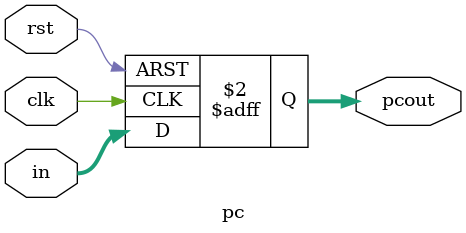
<source format=v>
module pc(
	input wire clk, 
	input wire rst,
	input wire[31:0] in, 
	output reg[31:0] pcout
	);
	always @(posedge clk or posedge rst) begin
		if (rst) begin
			// reset
			pcout <= 32'b0;
		end
		else begin
			pcout <= in;
		end
	end
endmodule

</source>
